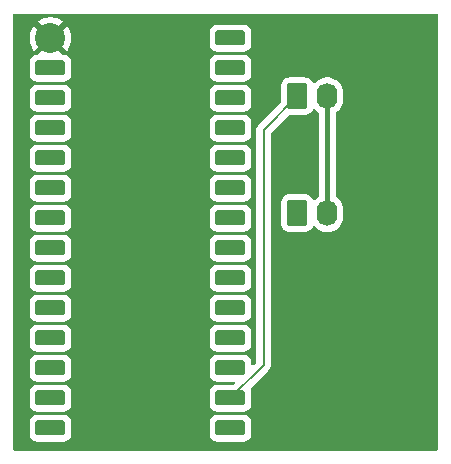
<source format=gbl>
G04 #@! TF.GenerationSoftware,KiCad,Pcbnew,9.0.2*
G04 #@! TF.CreationDate,2025-06-20T10:59:13-07:00*
G04 #@! TF.ProjectId,fsrPrototype1,66737250-726f-4746-9f74-797065312e6b,rev?*
G04 #@! TF.SameCoordinates,Original*
G04 #@! TF.FileFunction,Copper,L2,Bot*
G04 #@! TF.FilePolarity,Positive*
%FSLAX46Y46*%
G04 Gerber Fmt 4.6, Leading zero omitted, Abs format (unit mm)*
G04 Created by KiCad (PCBNEW 9.0.2) date 2025-06-20 10:59:13*
%MOMM*%
%LPD*%
G01*
G04 APERTURE LIST*
G04 Aperture macros list*
%AMRoundRect*
0 Rectangle with rounded corners*
0 $1 Rounding radius*
0 $2 $3 $4 $5 $6 $7 $8 $9 X,Y pos of 4 corners*
0 Add a 4 corners polygon primitive as box body*
4,1,4,$2,$3,$4,$5,$6,$7,$8,$9,$2,$3,0*
0 Add four circle primitives for the rounded corners*
1,1,$1+$1,$2,$3*
1,1,$1+$1,$4,$5*
1,1,$1+$1,$6,$7*
1,1,$1+$1,$8,$9*
0 Add four rect primitives between the rounded corners*
20,1,$1+$1,$2,$3,$4,$5,0*
20,1,$1+$1,$4,$5,$6,$7,0*
20,1,$1+$1,$6,$7,$8,$9,0*
20,1,$1+$1,$8,$9,$2,$3,0*%
G04 Aperture macros list end*
G04 #@! TA.AperFunction,ComponentPad*
%ADD10RoundRect,0.250000X-0.620000X-0.845000X0.620000X-0.845000X0.620000X0.845000X-0.620000X0.845000X0*%
G04 #@! TD*
G04 #@! TA.AperFunction,ComponentPad*
%ADD11O,1.740000X2.190000*%
G04 #@! TD*
G04 #@! TA.AperFunction,ComponentPad*
%ADD12C,2.540000*%
G04 #@! TD*
G04 #@! TA.AperFunction,ComponentPad*
%ADD13RoundRect,0.190500X-1.079500X-0.444500X1.079500X-0.444500X1.079500X0.444500X-1.079500X0.444500X0*%
G04 #@! TD*
G04 #@! TA.AperFunction,Conductor*
%ADD14C,0.200000*%
G04 #@! TD*
G04 #@! TA.AperFunction,Conductor*
%ADD15C,0.400000*%
G04 #@! TD*
G04 APERTURE END LIST*
D10*
X65560000Y-62500000D03*
D11*
X68100000Y-62500000D03*
D12*
X44660000Y-57580000D03*
D13*
X44660000Y-60120000D03*
X44660000Y-62660000D03*
X44660000Y-65200000D03*
X44660000Y-67740000D03*
X44660000Y-70280000D03*
X44660000Y-72820000D03*
X44660000Y-75360000D03*
X44660000Y-77900000D03*
X44660000Y-80440000D03*
X44660000Y-82980000D03*
X44660000Y-85520000D03*
X44660000Y-88060000D03*
X44660000Y-90600000D03*
X59900000Y-90600000D03*
X59900000Y-88060000D03*
X59900000Y-85520000D03*
X59900000Y-82980000D03*
X59900000Y-80440000D03*
X59900000Y-77900000D03*
X59900000Y-75360000D03*
X59900000Y-72820000D03*
X59900000Y-70280000D03*
X59900000Y-67740000D03*
X59900000Y-65200000D03*
X59900000Y-62660000D03*
X59900000Y-60120000D03*
X59900000Y-57580000D03*
D10*
X65560000Y-72400000D03*
D11*
X68100000Y-72400000D03*
D14*
X62700000Y-85260000D02*
X62700000Y-65360000D01*
X62700000Y-65360000D02*
X65560000Y-62500000D01*
X59900000Y-88060000D02*
X62700000Y-85260000D01*
D15*
X68100000Y-72400000D02*
X68100000Y-62500000D01*
G04 #@! TA.AperFunction,Conductor*
G36*
X77442539Y-55520185D02*
G01*
X77488294Y-55572989D01*
X77499500Y-55624500D01*
X77499500Y-92375500D01*
X77479815Y-92442539D01*
X77427011Y-92488294D01*
X77375500Y-92499500D01*
X41624500Y-92499500D01*
X41557461Y-92479815D01*
X41511706Y-92427011D01*
X41500500Y-92375500D01*
X41500500Y-90099655D01*
X42889500Y-90099655D01*
X42889500Y-91100354D01*
X42895825Y-91169966D01*
X42895828Y-91169977D01*
X42945747Y-91330175D01*
X42945749Y-91330179D01*
X43032556Y-91473777D01*
X43032560Y-91473782D01*
X43151217Y-91592439D01*
X43151222Y-91592443D01*
X43271815Y-91665343D01*
X43294822Y-91679251D01*
X43455029Y-91729173D01*
X43524653Y-91735500D01*
X45795346Y-91735499D01*
X45795353Y-91735499D01*
X45864966Y-91729174D01*
X45864969Y-91729173D01*
X45864971Y-91729173D01*
X46025178Y-91679251D01*
X46099089Y-91634570D01*
X46168777Y-91592443D01*
X46168778Y-91592441D01*
X46168783Y-91592439D01*
X46287439Y-91473783D01*
X46374251Y-91330178D01*
X46424173Y-91169971D01*
X46430500Y-91100347D01*
X46430499Y-90099655D01*
X58129500Y-90099655D01*
X58129500Y-91100354D01*
X58135825Y-91169966D01*
X58135828Y-91169977D01*
X58185747Y-91330175D01*
X58185749Y-91330179D01*
X58272556Y-91473777D01*
X58272560Y-91473782D01*
X58391217Y-91592439D01*
X58391222Y-91592443D01*
X58511815Y-91665343D01*
X58534822Y-91679251D01*
X58695029Y-91729173D01*
X58764653Y-91735500D01*
X61035346Y-91735499D01*
X61035353Y-91735499D01*
X61104966Y-91729174D01*
X61104969Y-91729173D01*
X61104971Y-91729173D01*
X61265178Y-91679251D01*
X61339089Y-91634570D01*
X61408777Y-91592443D01*
X61408778Y-91592441D01*
X61408783Y-91592439D01*
X61527439Y-91473783D01*
X61614251Y-91330178D01*
X61664173Y-91169971D01*
X61670500Y-91100347D01*
X61670499Y-90099654D01*
X61670499Y-90099653D01*
X61670499Y-90099645D01*
X61664174Y-90030033D01*
X61664171Y-90030022D01*
X61614252Y-89869824D01*
X61614250Y-89869820D01*
X61527443Y-89726222D01*
X61527439Y-89726217D01*
X61408782Y-89607560D01*
X61408777Y-89607556D01*
X61265180Y-89520750D01*
X61265179Y-89520749D01*
X61265178Y-89520749D01*
X61104971Y-89470827D01*
X61104969Y-89470826D01*
X61104967Y-89470826D01*
X61056221Y-89466396D01*
X61035347Y-89464500D01*
X61035344Y-89464500D01*
X58764645Y-89464500D01*
X58695033Y-89470825D01*
X58695022Y-89470828D01*
X58534824Y-89520747D01*
X58534820Y-89520749D01*
X58391222Y-89607556D01*
X58391217Y-89607560D01*
X58272560Y-89726217D01*
X58272556Y-89726222D01*
X58185750Y-89869819D01*
X58135826Y-90030032D01*
X58129500Y-90099655D01*
X46430499Y-90099655D01*
X46430499Y-90099654D01*
X46430499Y-90099653D01*
X46430499Y-90099645D01*
X46424174Y-90030033D01*
X46424171Y-90030022D01*
X46374252Y-89869824D01*
X46374250Y-89869820D01*
X46287443Y-89726222D01*
X46287439Y-89726217D01*
X46168782Y-89607560D01*
X46168777Y-89607556D01*
X46025180Y-89520750D01*
X46025179Y-89520749D01*
X46025178Y-89520749D01*
X45864971Y-89470827D01*
X45864969Y-89470826D01*
X45864967Y-89470826D01*
X45816221Y-89466396D01*
X45795347Y-89464500D01*
X45795344Y-89464500D01*
X43524645Y-89464500D01*
X43455033Y-89470825D01*
X43455022Y-89470828D01*
X43294824Y-89520747D01*
X43294820Y-89520749D01*
X43151222Y-89607556D01*
X43151217Y-89607560D01*
X43032560Y-89726217D01*
X43032556Y-89726222D01*
X42945750Y-89869819D01*
X42895826Y-90030032D01*
X42889500Y-90099655D01*
X41500500Y-90099655D01*
X41500500Y-87559655D01*
X42889500Y-87559655D01*
X42889500Y-88560354D01*
X42895825Y-88629966D01*
X42895828Y-88629977D01*
X42945747Y-88790175D01*
X42945749Y-88790179D01*
X43032556Y-88933777D01*
X43032560Y-88933782D01*
X43151217Y-89052439D01*
X43151222Y-89052443D01*
X43271815Y-89125343D01*
X43294822Y-89139251D01*
X43455029Y-89189173D01*
X43524653Y-89195500D01*
X45795346Y-89195499D01*
X45795353Y-89195499D01*
X45864966Y-89189174D01*
X45864969Y-89189173D01*
X45864971Y-89189173D01*
X46025178Y-89139251D01*
X46099089Y-89094570D01*
X46168777Y-89052443D01*
X46168778Y-89052441D01*
X46168783Y-89052439D01*
X46287439Y-88933783D01*
X46374251Y-88790178D01*
X46424173Y-88629971D01*
X46430500Y-88560347D01*
X46430499Y-87559654D01*
X46430499Y-87559653D01*
X46430499Y-87559645D01*
X46424174Y-87490033D01*
X46424171Y-87490022D01*
X46374252Y-87329824D01*
X46374250Y-87329820D01*
X46287443Y-87186222D01*
X46287439Y-87186217D01*
X46168782Y-87067560D01*
X46168777Y-87067556D01*
X46025180Y-86980750D01*
X46025179Y-86980749D01*
X46025178Y-86980749D01*
X45864971Y-86930827D01*
X45864969Y-86930826D01*
X45864967Y-86930826D01*
X45816221Y-86926396D01*
X45795347Y-86924500D01*
X45795344Y-86924500D01*
X43524645Y-86924500D01*
X43455033Y-86930825D01*
X43455022Y-86930828D01*
X43294824Y-86980747D01*
X43294820Y-86980749D01*
X43151222Y-87067556D01*
X43151217Y-87067560D01*
X43032560Y-87186217D01*
X43032556Y-87186222D01*
X42945750Y-87329819D01*
X42895826Y-87490032D01*
X42889500Y-87559655D01*
X41500500Y-87559655D01*
X41500500Y-85019655D01*
X42889500Y-85019655D01*
X42889500Y-86020354D01*
X42895825Y-86089966D01*
X42895828Y-86089977D01*
X42945747Y-86250175D01*
X42945749Y-86250179D01*
X43032556Y-86393777D01*
X43032560Y-86393782D01*
X43151217Y-86512439D01*
X43151222Y-86512443D01*
X43271815Y-86585343D01*
X43294822Y-86599251D01*
X43455029Y-86649173D01*
X43524653Y-86655500D01*
X45795346Y-86655499D01*
X45795353Y-86655499D01*
X45864966Y-86649174D01*
X45864969Y-86649173D01*
X45864971Y-86649173D01*
X46025178Y-86599251D01*
X46099089Y-86554570D01*
X46168777Y-86512443D01*
X46168778Y-86512441D01*
X46168783Y-86512439D01*
X46287439Y-86393783D01*
X46374251Y-86250178D01*
X46424173Y-86089971D01*
X46430500Y-86020347D01*
X46430499Y-85019655D01*
X58129500Y-85019655D01*
X58129500Y-86020354D01*
X58135825Y-86089966D01*
X58135828Y-86089977D01*
X58185747Y-86250175D01*
X58185749Y-86250179D01*
X58272556Y-86393777D01*
X58272560Y-86393782D01*
X58391217Y-86512439D01*
X58391222Y-86512443D01*
X58511815Y-86585343D01*
X58534822Y-86599251D01*
X58695029Y-86649173D01*
X58764653Y-86655500D01*
X60155902Y-86655499D01*
X60177147Y-86661737D01*
X60199236Y-86663317D01*
X60210019Y-86671389D01*
X60222941Y-86675184D01*
X60237441Y-86691917D01*
X60255169Y-86705189D01*
X60259875Y-86717808D01*
X60268696Y-86727987D01*
X60271847Y-86749905D01*
X60279586Y-86770653D01*
X60276723Y-86783813D01*
X60278640Y-86797146D01*
X60269440Y-86817289D01*
X60264734Y-86838926D01*
X60251465Y-86856651D01*
X60249615Y-86860702D01*
X60243583Y-86867180D01*
X60222582Y-86888181D01*
X60161259Y-86921666D01*
X60134901Y-86924500D01*
X58764645Y-86924500D01*
X58695033Y-86930825D01*
X58695022Y-86930828D01*
X58534824Y-86980747D01*
X58534820Y-86980749D01*
X58391222Y-87067556D01*
X58391217Y-87067560D01*
X58272560Y-87186217D01*
X58272556Y-87186222D01*
X58185750Y-87329819D01*
X58135826Y-87490032D01*
X58129500Y-87559655D01*
X58129500Y-88560354D01*
X58135825Y-88629966D01*
X58135828Y-88629977D01*
X58185747Y-88790175D01*
X58185749Y-88790179D01*
X58272556Y-88933777D01*
X58272560Y-88933782D01*
X58391217Y-89052439D01*
X58391222Y-89052443D01*
X58511815Y-89125343D01*
X58534822Y-89139251D01*
X58695029Y-89189173D01*
X58764653Y-89195500D01*
X61035346Y-89195499D01*
X61035353Y-89195499D01*
X61104966Y-89189174D01*
X61104969Y-89189173D01*
X61104971Y-89189173D01*
X61265178Y-89139251D01*
X61339089Y-89094570D01*
X61408777Y-89052443D01*
X61408778Y-89052441D01*
X61408783Y-89052439D01*
X61527439Y-88933783D01*
X61614251Y-88790178D01*
X61664173Y-88629971D01*
X61670500Y-88560347D01*
X61670499Y-87559654D01*
X61670499Y-87559653D01*
X61670499Y-87559645D01*
X61664174Y-87490033D01*
X61664171Y-87490022D01*
X61614252Y-87329826D01*
X61614251Y-87329822D01*
X61613708Y-87328924D01*
X61613511Y-87328178D01*
X61611173Y-87322983D01*
X61612036Y-87322594D01*
X61595870Y-87261374D01*
X61617384Y-87194899D01*
X61632137Y-87177096D01*
X63068713Y-85740521D01*
X63068716Y-85740520D01*
X63180520Y-85628716D01*
X63230639Y-85541904D01*
X63259577Y-85491785D01*
X63300501Y-85339057D01*
X63300501Y-85180943D01*
X63300501Y-85173348D01*
X63300500Y-85173330D01*
X63300500Y-65660096D01*
X63320185Y-65593057D01*
X63336814Y-65572420D01*
X64779138Y-64130095D01*
X64840459Y-64096612D01*
X64879421Y-64094420D01*
X64889991Y-64095500D01*
X66230008Y-64095499D01*
X66332797Y-64084999D01*
X66499334Y-64029814D01*
X66648656Y-63937712D01*
X66772712Y-63813656D01*
X66864814Y-63664334D01*
X66864817Y-63664322D01*
X66865129Y-63663657D01*
X66865469Y-63663269D01*
X66868605Y-63658187D01*
X66869473Y-63658722D01*
X66911299Y-63611216D01*
X66978491Y-63592060D01*
X67045373Y-63612272D01*
X67065195Y-63628375D01*
X67207179Y-63770359D01*
X67348386Y-63872952D01*
X67391051Y-63928282D01*
X67399500Y-63973270D01*
X67399500Y-70926730D01*
X67379815Y-70993769D01*
X67348386Y-71027048D01*
X67207180Y-71129640D01*
X67065195Y-71271625D01*
X67003872Y-71305109D01*
X66934180Y-71300125D01*
X66878247Y-71258253D01*
X66865132Y-71236348D01*
X66864815Y-71235669D01*
X66864814Y-71235668D01*
X66864814Y-71235666D01*
X66772712Y-71086344D01*
X66648656Y-70962288D01*
X66499334Y-70870186D01*
X66332797Y-70815001D01*
X66332795Y-70815000D01*
X66230010Y-70804500D01*
X64889998Y-70804500D01*
X64889981Y-70804501D01*
X64787203Y-70815000D01*
X64787200Y-70815001D01*
X64620668Y-70870185D01*
X64620663Y-70870187D01*
X64471342Y-70962289D01*
X64347289Y-71086342D01*
X64255187Y-71235663D01*
X64255185Y-71235668D01*
X64242999Y-71272443D01*
X64200001Y-71402203D01*
X64200001Y-71402204D01*
X64200000Y-71402204D01*
X64189500Y-71504983D01*
X64189500Y-73295001D01*
X64189501Y-73295018D01*
X64200000Y-73397796D01*
X64200001Y-73397799D01*
X64237584Y-73511216D01*
X64255186Y-73564334D01*
X64347288Y-73713656D01*
X64471344Y-73837712D01*
X64620666Y-73929814D01*
X64787203Y-73984999D01*
X64889991Y-73995500D01*
X66230008Y-73995499D01*
X66332797Y-73984999D01*
X66499334Y-73929814D01*
X66648656Y-73837712D01*
X66772712Y-73713656D01*
X66864814Y-73564334D01*
X66864817Y-73564322D01*
X66865129Y-73563657D01*
X66865469Y-73563269D01*
X66868605Y-73558187D01*
X66869473Y-73558722D01*
X66911299Y-73511216D01*
X66978491Y-73492060D01*
X67045373Y-73512272D01*
X67065195Y-73528375D01*
X67207179Y-73670359D01*
X67381701Y-73797157D01*
X67573911Y-73895092D01*
X67779074Y-73961754D01*
X67858973Y-73974408D01*
X67992134Y-73995500D01*
X67992139Y-73995500D01*
X68207866Y-73995500D01*
X68326230Y-73976752D01*
X68420926Y-73961754D01*
X68626089Y-73895092D01*
X68818299Y-73797157D01*
X68992821Y-73670359D01*
X69145359Y-73517821D01*
X69272157Y-73343299D01*
X69370092Y-73151089D01*
X69436754Y-72945926D01*
X69451752Y-72851230D01*
X69470500Y-72732866D01*
X69470500Y-72067133D01*
X69436754Y-71854077D01*
X69436754Y-71854074D01*
X69370092Y-71648911D01*
X69272157Y-71456701D01*
X69145359Y-71282179D01*
X68992821Y-71129641D01*
X68851613Y-71027047D01*
X68808949Y-70971718D01*
X68800500Y-70926730D01*
X68800500Y-63973270D01*
X68820185Y-63906231D01*
X68851614Y-63872952D01*
X68992821Y-63770359D01*
X69145359Y-63617821D01*
X69272157Y-63443299D01*
X69370092Y-63251089D01*
X69436754Y-63045926D01*
X69451752Y-62951230D01*
X69470500Y-62832866D01*
X69470500Y-62167133D01*
X69436754Y-61954077D01*
X69436754Y-61954074D01*
X69370092Y-61748911D01*
X69272157Y-61556701D01*
X69145359Y-61382179D01*
X68992821Y-61229641D01*
X68818299Y-61102843D01*
X68626089Y-61004908D01*
X68420926Y-60938246D01*
X68420924Y-60938245D01*
X68420922Y-60938245D01*
X68207866Y-60904500D01*
X68207861Y-60904500D01*
X67992139Y-60904500D01*
X67992134Y-60904500D01*
X67779077Y-60938245D01*
X67573908Y-61004909D01*
X67381700Y-61102843D01*
X67207180Y-61229640D01*
X67065195Y-61371625D01*
X67003872Y-61405109D01*
X66934180Y-61400125D01*
X66878247Y-61358253D01*
X66865132Y-61336348D01*
X66864815Y-61335669D01*
X66864814Y-61335668D01*
X66864814Y-61335666D01*
X66772712Y-61186344D01*
X66648656Y-61062288D01*
X66537591Y-60993783D01*
X66499336Y-60970187D01*
X66499331Y-60970185D01*
X66497862Y-60969698D01*
X66332797Y-60915001D01*
X66332795Y-60915000D01*
X66230010Y-60904500D01*
X64889998Y-60904500D01*
X64889981Y-60904501D01*
X64787203Y-60915000D01*
X64787200Y-60915001D01*
X64620668Y-60970185D01*
X64620663Y-60970187D01*
X64471342Y-61062289D01*
X64347289Y-61186342D01*
X64255187Y-61335663D01*
X64255186Y-61335666D01*
X64200001Y-61502203D01*
X64200001Y-61502204D01*
X64200000Y-61502204D01*
X64189500Y-61604983D01*
X64189500Y-62969901D01*
X64169815Y-63036940D01*
X64153181Y-63057582D01*
X62331286Y-64879478D01*
X62219481Y-64991282D01*
X62219479Y-64991285D01*
X62169361Y-65078094D01*
X62169359Y-65078096D01*
X62140425Y-65128209D01*
X62140424Y-65128210D01*
X62140423Y-65128215D01*
X62099499Y-65280943D01*
X62099499Y-65280945D01*
X62099499Y-65449046D01*
X62099500Y-65449059D01*
X62099500Y-84959902D01*
X62079815Y-85026941D01*
X62063181Y-85047583D01*
X61882180Y-85228584D01*
X61820857Y-85262069D01*
X61751165Y-85257085D01*
X61695232Y-85215213D01*
X61670815Y-85149749D01*
X61670499Y-85140903D01*
X61670499Y-85019645D01*
X61664174Y-84950033D01*
X61664171Y-84950022D01*
X61614252Y-84789824D01*
X61614250Y-84789820D01*
X61527443Y-84646222D01*
X61527439Y-84646217D01*
X61408782Y-84527560D01*
X61408777Y-84527556D01*
X61265180Y-84440750D01*
X61265179Y-84440749D01*
X61265178Y-84440749D01*
X61104971Y-84390827D01*
X61104969Y-84390826D01*
X61104967Y-84390826D01*
X61056221Y-84386396D01*
X61035347Y-84384500D01*
X61035344Y-84384500D01*
X58764645Y-84384500D01*
X58695033Y-84390825D01*
X58695022Y-84390828D01*
X58534824Y-84440747D01*
X58534820Y-84440749D01*
X58391222Y-84527556D01*
X58391217Y-84527560D01*
X58272560Y-84646217D01*
X58272556Y-84646222D01*
X58185750Y-84789819D01*
X58135826Y-84950032D01*
X58129500Y-85019655D01*
X46430499Y-85019655D01*
X46430499Y-85019654D01*
X46430499Y-85019653D01*
X46430499Y-85019645D01*
X46424174Y-84950033D01*
X46424171Y-84950022D01*
X46374252Y-84789824D01*
X46374250Y-84789820D01*
X46287443Y-84646222D01*
X46287439Y-84646217D01*
X46168782Y-84527560D01*
X46168777Y-84527556D01*
X46025180Y-84440750D01*
X46025179Y-84440749D01*
X46025178Y-84440749D01*
X45864971Y-84390827D01*
X45864969Y-84390826D01*
X45864967Y-84390826D01*
X45816221Y-84386396D01*
X45795347Y-84384500D01*
X45795344Y-84384500D01*
X43524645Y-84384500D01*
X43455033Y-84390825D01*
X43455022Y-84390828D01*
X43294824Y-84440747D01*
X43294820Y-84440749D01*
X43151222Y-84527556D01*
X43151217Y-84527560D01*
X43032560Y-84646217D01*
X43032556Y-84646222D01*
X42945750Y-84789819D01*
X42895826Y-84950032D01*
X42889500Y-85019655D01*
X41500500Y-85019655D01*
X41500500Y-82479655D01*
X42889500Y-82479655D01*
X42889500Y-83480354D01*
X42895825Y-83549966D01*
X42895828Y-83549977D01*
X42945747Y-83710175D01*
X42945749Y-83710179D01*
X43032556Y-83853777D01*
X43032560Y-83853782D01*
X43151217Y-83972439D01*
X43151222Y-83972443D01*
X43271815Y-84045343D01*
X43294822Y-84059251D01*
X43455029Y-84109173D01*
X43524653Y-84115500D01*
X45795346Y-84115499D01*
X45795353Y-84115499D01*
X45864966Y-84109174D01*
X45864969Y-84109173D01*
X45864971Y-84109173D01*
X46025178Y-84059251D01*
X46099089Y-84014570D01*
X46168777Y-83972443D01*
X46168778Y-83972441D01*
X46168783Y-83972439D01*
X46287439Y-83853783D01*
X46374251Y-83710178D01*
X46424173Y-83549971D01*
X46430500Y-83480347D01*
X46430499Y-82479655D01*
X58129500Y-82479655D01*
X58129500Y-83480354D01*
X58135825Y-83549966D01*
X58135828Y-83549977D01*
X58185747Y-83710175D01*
X58185749Y-83710179D01*
X58272556Y-83853777D01*
X58272560Y-83853782D01*
X58391217Y-83972439D01*
X58391222Y-83972443D01*
X58511815Y-84045343D01*
X58534822Y-84059251D01*
X58695029Y-84109173D01*
X58764653Y-84115500D01*
X61035346Y-84115499D01*
X61035353Y-84115499D01*
X61104966Y-84109174D01*
X61104969Y-84109173D01*
X61104971Y-84109173D01*
X61265178Y-84059251D01*
X61339089Y-84014570D01*
X61408777Y-83972443D01*
X61408778Y-83972441D01*
X61408783Y-83972439D01*
X61527439Y-83853783D01*
X61614251Y-83710178D01*
X61664173Y-83549971D01*
X61670500Y-83480347D01*
X61670499Y-82479654D01*
X61670499Y-82479653D01*
X61670499Y-82479645D01*
X61664174Y-82410033D01*
X61664171Y-82410022D01*
X61614252Y-82249824D01*
X61614250Y-82249820D01*
X61527443Y-82106222D01*
X61527439Y-82106217D01*
X61408782Y-81987560D01*
X61408777Y-81987556D01*
X61265180Y-81900750D01*
X61265179Y-81900749D01*
X61265178Y-81900749D01*
X61104971Y-81850827D01*
X61104969Y-81850826D01*
X61104967Y-81850826D01*
X61056221Y-81846396D01*
X61035347Y-81844500D01*
X61035344Y-81844500D01*
X58764645Y-81844500D01*
X58695033Y-81850825D01*
X58695022Y-81850828D01*
X58534824Y-81900747D01*
X58534820Y-81900749D01*
X58391222Y-81987556D01*
X58391217Y-81987560D01*
X58272560Y-82106217D01*
X58272556Y-82106222D01*
X58185750Y-82249819D01*
X58135826Y-82410032D01*
X58129500Y-82479655D01*
X46430499Y-82479655D01*
X46430499Y-82479654D01*
X46430499Y-82479653D01*
X46430499Y-82479645D01*
X46424174Y-82410033D01*
X46424171Y-82410022D01*
X46374252Y-82249824D01*
X46374250Y-82249820D01*
X46287443Y-82106222D01*
X46287439Y-82106217D01*
X46168782Y-81987560D01*
X46168777Y-81987556D01*
X46025180Y-81900750D01*
X46025179Y-81900749D01*
X46025178Y-81900749D01*
X45864971Y-81850827D01*
X45864969Y-81850826D01*
X45864967Y-81850826D01*
X45816221Y-81846396D01*
X45795347Y-81844500D01*
X45795344Y-81844500D01*
X43524645Y-81844500D01*
X43455033Y-81850825D01*
X43455022Y-81850828D01*
X43294824Y-81900747D01*
X43294820Y-81900749D01*
X43151222Y-81987556D01*
X43151217Y-81987560D01*
X43032560Y-82106217D01*
X43032556Y-82106222D01*
X42945750Y-82249819D01*
X42895826Y-82410032D01*
X42889500Y-82479655D01*
X41500500Y-82479655D01*
X41500500Y-79939655D01*
X42889500Y-79939655D01*
X42889500Y-80940354D01*
X42895825Y-81009966D01*
X42895828Y-81009977D01*
X42945747Y-81170175D01*
X42945749Y-81170179D01*
X43032556Y-81313777D01*
X43032560Y-81313782D01*
X43151217Y-81432439D01*
X43151222Y-81432443D01*
X43271815Y-81505343D01*
X43294822Y-81519251D01*
X43455029Y-81569173D01*
X43524653Y-81575500D01*
X45795346Y-81575499D01*
X45795353Y-81575499D01*
X45864966Y-81569174D01*
X45864969Y-81569173D01*
X45864971Y-81569173D01*
X46025178Y-81519251D01*
X46099089Y-81474570D01*
X46168777Y-81432443D01*
X46168778Y-81432441D01*
X46168783Y-81432439D01*
X46287439Y-81313783D01*
X46374251Y-81170178D01*
X46424173Y-81009971D01*
X46430500Y-80940347D01*
X46430499Y-79939655D01*
X58129500Y-79939655D01*
X58129500Y-80940354D01*
X58135825Y-81009966D01*
X58135828Y-81009977D01*
X58185747Y-81170175D01*
X58185749Y-81170179D01*
X58272556Y-81313777D01*
X58272560Y-81313782D01*
X58391217Y-81432439D01*
X58391222Y-81432443D01*
X58511815Y-81505343D01*
X58534822Y-81519251D01*
X58695029Y-81569173D01*
X58764653Y-81575500D01*
X61035346Y-81575499D01*
X61035353Y-81575499D01*
X61104966Y-81569174D01*
X61104969Y-81569173D01*
X61104971Y-81569173D01*
X61265178Y-81519251D01*
X61339089Y-81474570D01*
X61408777Y-81432443D01*
X61408778Y-81432441D01*
X61408783Y-81432439D01*
X61527439Y-81313783D01*
X61614251Y-81170178D01*
X61664173Y-81009971D01*
X61670500Y-80940347D01*
X61670499Y-79939654D01*
X61670499Y-79939653D01*
X61670499Y-79939645D01*
X61664174Y-79870033D01*
X61664171Y-79870022D01*
X61614252Y-79709824D01*
X61614250Y-79709820D01*
X61527443Y-79566222D01*
X61527439Y-79566217D01*
X61408782Y-79447560D01*
X61408777Y-79447556D01*
X61265180Y-79360750D01*
X61265179Y-79360749D01*
X61265178Y-79360749D01*
X61104971Y-79310827D01*
X61104969Y-79310826D01*
X61104967Y-79310826D01*
X61056221Y-79306396D01*
X61035347Y-79304500D01*
X61035344Y-79304500D01*
X58764645Y-79304500D01*
X58695033Y-79310825D01*
X58695022Y-79310828D01*
X58534824Y-79360747D01*
X58534820Y-79360749D01*
X58391222Y-79447556D01*
X58391217Y-79447560D01*
X58272560Y-79566217D01*
X58272556Y-79566222D01*
X58185750Y-79709819D01*
X58135826Y-79870032D01*
X58129500Y-79939655D01*
X46430499Y-79939655D01*
X46430499Y-79939654D01*
X46430499Y-79939653D01*
X46430499Y-79939645D01*
X46424174Y-79870033D01*
X46424171Y-79870022D01*
X46374252Y-79709824D01*
X46374250Y-79709820D01*
X46287443Y-79566222D01*
X46287439Y-79566217D01*
X46168782Y-79447560D01*
X46168777Y-79447556D01*
X46025180Y-79360750D01*
X46025179Y-79360749D01*
X46025178Y-79360749D01*
X45864971Y-79310827D01*
X45864969Y-79310826D01*
X45864967Y-79310826D01*
X45816221Y-79306396D01*
X45795347Y-79304500D01*
X45795344Y-79304500D01*
X43524645Y-79304500D01*
X43455033Y-79310825D01*
X43455022Y-79310828D01*
X43294824Y-79360747D01*
X43294820Y-79360749D01*
X43151222Y-79447556D01*
X43151217Y-79447560D01*
X43032560Y-79566217D01*
X43032556Y-79566222D01*
X42945750Y-79709819D01*
X42895826Y-79870032D01*
X42889500Y-79939655D01*
X41500500Y-79939655D01*
X41500500Y-77399655D01*
X42889500Y-77399655D01*
X42889500Y-78400354D01*
X42895825Y-78469966D01*
X42895828Y-78469977D01*
X42945747Y-78630175D01*
X42945749Y-78630179D01*
X43032556Y-78773777D01*
X43032560Y-78773782D01*
X43151217Y-78892439D01*
X43151222Y-78892443D01*
X43271815Y-78965343D01*
X43294822Y-78979251D01*
X43455029Y-79029173D01*
X43524653Y-79035500D01*
X45795346Y-79035499D01*
X45795353Y-79035499D01*
X45864966Y-79029174D01*
X45864969Y-79029173D01*
X45864971Y-79029173D01*
X46025178Y-78979251D01*
X46099089Y-78934570D01*
X46168777Y-78892443D01*
X46168778Y-78892441D01*
X46168783Y-78892439D01*
X46287439Y-78773783D01*
X46374251Y-78630178D01*
X46424173Y-78469971D01*
X46430500Y-78400347D01*
X46430499Y-77399655D01*
X58129500Y-77399655D01*
X58129500Y-78400354D01*
X58135825Y-78469966D01*
X58135828Y-78469977D01*
X58185747Y-78630175D01*
X58185749Y-78630179D01*
X58272556Y-78773777D01*
X58272560Y-78773782D01*
X58391217Y-78892439D01*
X58391222Y-78892443D01*
X58511815Y-78965343D01*
X58534822Y-78979251D01*
X58695029Y-79029173D01*
X58764653Y-79035500D01*
X61035346Y-79035499D01*
X61035353Y-79035499D01*
X61104966Y-79029174D01*
X61104969Y-79029173D01*
X61104971Y-79029173D01*
X61265178Y-78979251D01*
X61339089Y-78934570D01*
X61408777Y-78892443D01*
X61408778Y-78892441D01*
X61408783Y-78892439D01*
X61527439Y-78773783D01*
X61614251Y-78630178D01*
X61664173Y-78469971D01*
X61670500Y-78400347D01*
X61670499Y-77399654D01*
X61670499Y-77399653D01*
X61670499Y-77399645D01*
X61664174Y-77330033D01*
X61664171Y-77330022D01*
X61614252Y-77169824D01*
X61614250Y-77169820D01*
X61527443Y-77026222D01*
X61527439Y-77026217D01*
X61408782Y-76907560D01*
X61408777Y-76907556D01*
X61265180Y-76820750D01*
X61265179Y-76820749D01*
X61265178Y-76820749D01*
X61104971Y-76770827D01*
X61104969Y-76770826D01*
X61104967Y-76770826D01*
X61056221Y-76766396D01*
X61035347Y-76764500D01*
X61035344Y-76764500D01*
X58764645Y-76764500D01*
X58695033Y-76770825D01*
X58695022Y-76770828D01*
X58534824Y-76820747D01*
X58534820Y-76820749D01*
X58391222Y-76907556D01*
X58391217Y-76907560D01*
X58272560Y-77026217D01*
X58272556Y-77026222D01*
X58185750Y-77169819D01*
X58135826Y-77330032D01*
X58129500Y-77399655D01*
X46430499Y-77399655D01*
X46430499Y-77399654D01*
X46430499Y-77399653D01*
X46430499Y-77399645D01*
X46424174Y-77330033D01*
X46424171Y-77330022D01*
X46374252Y-77169824D01*
X46374250Y-77169820D01*
X46287443Y-77026222D01*
X46287439Y-77026217D01*
X46168782Y-76907560D01*
X46168777Y-76907556D01*
X46025180Y-76820750D01*
X46025179Y-76820749D01*
X46025178Y-76820749D01*
X45864971Y-76770827D01*
X45864969Y-76770826D01*
X45864967Y-76770826D01*
X45816221Y-76766396D01*
X45795347Y-76764500D01*
X45795344Y-76764500D01*
X43524645Y-76764500D01*
X43455033Y-76770825D01*
X43455022Y-76770828D01*
X43294824Y-76820747D01*
X43294820Y-76820749D01*
X43151222Y-76907556D01*
X43151217Y-76907560D01*
X43032560Y-77026217D01*
X43032556Y-77026222D01*
X42945750Y-77169819D01*
X42895826Y-77330032D01*
X42889500Y-77399655D01*
X41500500Y-77399655D01*
X41500500Y-74859655D01*
X42889500Y-74859655D01*
X42889500Y-75860354D01*
X42895825Y-75929966D01*
X42895828Y-75929977D01*
X42945747Y-76090175D01*
X42945749Y-76090179D01*
X43032556Y-76233777D01*
X43032560Y-76233782D01*
X43151217Y-76352439D01*
X43151222Y-76352443D01*
X43271815Y-76425343D01*
X43294822Y-76439251D01*
X43455029Y-76489173D01*
X43524653Y-76495500D01*
X45795346Y-76495499D01*
X45795353Y-76495499D01*
X45864966Y-76489174D01*
X45864969Y-76489173D01*
X45864971Y-76489173D01*
X46025178Y-76439251D01*
X46099089Y-76394570D01*
X46168777Y-76352443D01*
X46168778Y-76352441D01*
X46168783Y-76352439D01*
X46287439Y-76233783D01*
X46374251Y-76090178D01*
X46424173Y-75929971D01*
X46430500Y-75860347D01*
X46430499Y-74859655D01*
X58129500Y-74859655D01*
X58129500Y-75860354D01*
X58135825Y-75929966D01*
X58135828Y-75929977D01*
X58185747Y-76090175D01*
X58185749Y-76090179D01*
X58272556Y-76233777D01*
X58272560Y-76233782D01*
X58391217Y-76352439D01*
X58391222Y-76352443D01*
X58511815Y-76425343D01*
X58534822Y-76439251D01*
X58695029Y-76489173D01*
X58764653Y-76495500D01*
X61035346Y-76495499D01*
X61035353Y-76495499D01*
X61104966Y-76489174D01*
X61104969Y-76489173D01*
X61104971Y-76489173D01*
X61265178Y-76439251D01*
X61339089Y-76394570D01*
X61408777Y-76352443D01*
X61408778Y-76352441D01*
X61408783Y-76352439D01*
X61527439Y-76233783D01*
X61614251Y-76090178D01*
X61664173Y-75929971D01*
X61670500Y-75860347D01*
X61670499Y-74859654D01*
X61670499Y-74859653D01*
X61670499Y-74859645D01*
X61664174Y-74790033D01*
X61664171Y-74790022D01*
X61614252Y-74629824D01*
X61614250Y-74629820D01*
X61527443Y-74486222D01*
X61527439Y-74486217D01*
X61408782Y-74367560D01*
X61408777Y-74367556D01*
X61265180Y-74280750D01*
X61265179Y-74280749D01*
X61265178Y-74280749D01*
X61104971Y-74230827D01*
X61104969Y-74230826D01*
X61104967Y-74230826D01*
X61056221Y-74226396D01*
X61035347Y-74224500D01*
X61035344Y-74224500D01*
X58764645Y-74224500D01*
X58695033Y-74230825D01*
X58695022Y-74230828D01*
X58534824Y-74280747D01*
X58534820Y-74280749D01*
X58391222Y-74367556D01*
X58391217Y-74367560D01*
X58272560Y-74486217D01*
X58272556Y-74486222D01*
X58185750Y-74629819D01*
X58135826Y-74790032D01*
X58129500Y-74859655D01*
X46430499Y-74859655D01*
X46430499Y-74859654D01*
X46430499Y-74859653D01*
X46430499Y-74859645D01*
X46424174Y-74790033D01*
X46424171Y-74790022D01*
X46374252Y-74629824D01*
X46374250Y-74629820D01*
X46287443Y-74486222D01*
X46287439Y-74486217D01*
X46168782Y-74367560D01*
X46168777Y-74367556D01*
X46025180Y-74280750D01*
X46025179Y-74280749D01*
X46025178Y-74280749D01*
X45864971Y-74230827D01*
X45864969Y-74230826D01*
X45864967Y-74230826D01*
X45816221Y-74226396D01*
X45795347Y-74224500D01*
X45795344Y-74224500D01*
X43524645Y-74224500D01*
X43455033Y-74230825D01*
X43455022Y-74230828D01*
X43294824Y-74280747D01*
X43294820Y-74280749D01*
X43151222Y-74367556D01*
X43151217Y-74367560D01*
X43032560Y-74486217D01*
X43032556Y-74486222D01*
X42945750Y-74629819D01*
X42895826Y-74790032D01*
X42889500Y-74859655D01*
X41500500Y-74859655D01*
X41500500Y-72319655D01*
X42889500Y-72319655D01*
X42889500Y-73320354D01*
X42895825Y-73389966D01*
X42895828Y-73389977D01*
X42945747Y-73550175D01*
X42945749Y-73550179D01*
X43032556Y-73693777D01*
X43032560Y-73693782D01*
X43151217Y-73812439D01*
X43151222Y-73812443D01*
X43271815Y-73885343D01*
X43294822Y-73899251D01*
X43455029Y-73949173D01*
X43524653Y-73955500D01*
X45795346Y-73955499D01*
X45795353Y-73955499D01*
X45864966Y-73949174D01*
X45864969Y-73949173D01*
X45864971Y-73949173D01*
X46025178Y-73899251D01*
X46126980Y-73837710D01*
X46168777Y-73812443D01*
X46168778Y-73812441D01*
X46168783Y-73812439D01*
X46287439Y-73693783D01*
X46374251Y-73550178D01*
X46424173Y-73389971D01*
X46430500Y-73320347D01*
X46430499Y-72319655D01*
X58129500Y-72319655D01*
X58129500Y-73320354D01*
X58135825Y-73389966D01*
X58135828Y-73389977D01*
X58185747Y-73550175D01*
X58185749Y-73550179D01*
X58272556Y-73693777D01*
X58272560Y-73693782D01*
X58391217Y-73812439D01*
X58391222Y-73812443D01*
X58511815Y-73885343D01*
X58534822Y-73899251D01*
X58695029Y-73949173D01*
X58764653Y-73955500D01*
X61035346Y-73955499D01*
X61035353Y-73955499D01*
X61104966Y-73949174D01*
X61104969Y-73949173D01*
X61104971Y-73949173D01*
X61265178Y-73899251D01*
X61366980Y-73837710D01*
X61408777Y-73812443D01*
X61408778Y-73812441D01*
X61408783Y-73812439D01*
X61527439Y-73693783D01*
X61614251Y-73550178D01*
X61664173Y-73389971D01*
X61670500Y-73320347D01*
X61670499Y-72319654D01*
X61670499Y-72319653D01*
X61670499Y-72319645D01*
X61664174Y-72250033D01*
X61664171Y-72250022D01*
X61614252Y-72089824D01*
X61614250Y-72089820D01*
X61527443Y-71946222D01*
X61527439Y-71946217D01*
X61408782Y-71827560D01*
X61408777Y-71827556D01*
X61265180Y-71740750D01*
X61265179Y-71740749D01*
X61265178Y-71740749D01*
X61104971Y-71690827D01*
X61104969Y-71690826D01*
X61104967Y-71690826D01*
X61056221Y-71686396D01*
X61035347Y-71684500D01*
X61035344Y-71684500D01*
X58764645Y-71684500D01*
X58695033Y-71690825D01*
X58695022Y-71690828D01*
X58534824Y-71740747D01*
X58534820Y-71740749D01*
X58391222Y-71827556D01*
X58391217Y-71827560D01*
X58272560Y-71946217D01*
X58272556Y-71946222D01*
X58185750Y-72089819D01*
X58135826Y-72250032D01*
X58129500Y-72319655D01*
X46430499Y-72319655D01*
X46430499Y-72319654D01*
X46430499Y-72319653D01*
X46430499Y-72319645D01*
X46424174Y-72250033D01*
X46424171Y-72250022D01*
X46374252Y-72089824D01*
X46374250Y-72089820D01*
X46287443Y-71946222D01*
X46287439Y-71946217D01*
X46168782Y-71827560D01*
X46168777Y-71827556D01*
X46025180Y-71740750D01*
X46025179Y-71740749D01*
X46025178Y-71740749D01*
X45864971Y-71690827D01*
X45864969Y-71690826D01*
X45864967Y-71690826D01*
X45816221Y-71686396D01*
X45795347Y-71684500D01*
X45795344Y-71684500D01*
X43524645Y-71684500D01*
X43455033Y-71690825D01*
X43455022Y-71690828D01*
X43294824Y-71740747D01*
X43294820Y-71740749D01*
X43151222Y-71827556D01*
X43151217Y-71827560D01*
X43032560Y-71946217D01*
X43032556Y-71946222D01*
X42945750Y-72089819D01*
X42895826Y-72250032D01*
X42889500Y-72319655D01*
X41500500Y-72319655D01*
X41500500Y-69779655D01*
X42889500Y-69779655D01*
X42889500Y-70780354D01*
X42895825Y-70849966D01*
X42895828Y-70849977D01*
X42945747Y-71010175D01*
X42945749Y-71010179D01*
X43032556Y-71153777D01*
X43032560Y-71153782D01*
X43151217Y-71272439D01*
X43151222Y-71272443D01*
X43271815Y-71345343D01*
X43294822Y-71359251D01*
X43455029Y-71409173D01*
X43524653Y-71415500D01*
X45795346Y-71415499D01*
X45795353Y-71415499D01*
X45864966Y-71409174D01*
X45864969Y-71409173D01*
X45864971Y-71409173D01*
X46025178Y-71359251D01*
X46122985Y-71300125D01*
X46168777Y-71272443D01*
X46168778Y-71272441D01*
X46168783Y-71272439D01*
X46287439Y-71153783D01*
X46374251Y-71010178D01*
X46424173Y-70849971D01*
X46430500Y-70780347D01*
X46430499Y-69779655D01*
X58129500Y-69779655D01*
X58129500Y-70780354D01*
X58135825Y-70849966D01*
X58135828Y-70849977D01*
X58185747Y-71010175D01*
X58185749Y-71010179D01*
X58272556Y-71153777D01*
X58272560Y-71153782D01*
X58391217Y-71272439D01*
X58391222Y-71272443D01*
X58511815Y-71345343D01*
X58534822Y-71359251D01*
X58695029Y-71409173D01*
X58764653Y-71415500D01*
X61035346Y-71415499D01*
X61035353Y-71415499D01*
X61104966Y-71409174D01*
X61104969Y-71409173D01*
X61104971Y-71409173D01*
X61265178Y-71359251D01*
X61362985Y-71300125D01*
X61408777Y-71272443D01*
X61408778Y-71272441D01*
X61408783Y-71272439D01*
X61527439Y-71153783D01*
X61614251Y-71010178D01*
X61664173Y-70849971D01*
X61670500Y-70780347D01*
X61670499Y-69779654D01*
X61670499Y-69779653D01*
X61670499Y-69779645D01*
X61664174Y-69710033D01*
X61664171Y-69710022D01*
X61614252Y-69549824D01*
X61614250Y-69549820D01*
X61527443Y-69406222D01*
X61527439Y-69406217D01*
X61408782Y-69287560D01*
X61408777Y-69287556D01*
X61265180Y-69200750D01*
X61265179Y-69200749D01*
X61265178Y-69200749D01*
X61104971Y-69150827D01*
X61104969Y-69150826D01*
X61104967Y-69150826D01*
X61056221Y-69146396D01*
X61035347Y-69144500D01*
X61035344Y-69144500D01*
X58764645Y-69144500D01*
X58695033Y-69150825D01*
X58695022Y-69150828D01*
X58534824Y-69200747D01*
X58534820Y-69200749D01*
X58391222Y-69287556D01*
X58391217Y-69287560D01*
X58272560Y-69406217D01*
X58272556Y-69406222D01*
X58185750Y-69549819D01*
X58135826Y-69710032D01*
X58129500Y-69779655D01*
X46430499Y-69779655D01*
X46430499Y-69779654D01*
X46430499Y-69779653D01*
X46430499Y-69779645D01*
X46424174Y-69710033D01*
X46424171Y-69710022D01*
X46374252Y-69549824D01*
X46374250Y-69549820D01*
X46287443Y-69406222D01*
X46287439Y-69406217D01*
X46168782Y-69287560D01*
X46168777Y-69287556D01*
X46025180Y-69200750D01*
X46025179Y-69200749D01*
X46025178Y-69200749D01*
X45864971Y-69150827D01*
X45864969Y-69150826D01*
X45864967Y-69150826D01*
X45816221Y-69146396D01*
X45795347Y-69144500D01*
X45795344Y-69144500D01*
X43524645Y-69144500D01*
X43455033Y-69150825D01*
X43455022Y-69150828D01*
X43294824Y-69200747D01*
X43294820Y-69200749D01*
X43151222Y-69287556D01*
X43151217Y-69287560D01*
X43032560Y-69406217D01*
X43032556Y-69406222D01*
X42945750Y-69549819D01*
X42895826Y-69710032D01*
X42889500Y-69779655D01*
X41500500Y-69779655D01*
X41500500Y-67239655D01*
X42889500Y-67239655D01*
X42889500Y-68240354D01*
X42895825Y-68309966D01*
X42895828Y-68309977D01*
X42945747Y-68470175D01*
X42945749Y-68470179D01*
X43032556Y-68613777D01*
X43032560Y-68613782D01*
X43151217Y-68732439D01*
X43151222Y-68732443D01*
X43271815Y-68805343D01*
X43294822Y-68819251D01*
X43455029Y-68869173D01*
X43524653Y-68875500D01*
X45795346Y-68875499D01*
X45795353Y-68875499D01*
X45864966Y-68869174D01*
X45864969Y-68869173D01*
X45864971Y-68869173D01*
X46025178Y-68819251D01*
X46099089Y-68774570D01*
X46168777Y-68732443D01*
X46168778Y-68732441D01*
X46168783Y-68732439D01*
X46287439Y-68613783D01*
X46374251Y-68470178D01*
X46424173Y-68309971D01*
X46430500Y-68240347D01*
X46430499Y-67239655D01*
X58129500Y-67239655D01*
X58129500Y-68240354D01*
X58135825Y-68309966D01*
X58135828Y-68309977D01*
X58185747Y-68470175D01*
X58185749Y-68470179D01*
X58272556Y-68613777D01*
X58272560Y-68613782D01*
X58391217Y-68732439D01*
X58391222Y-68732443D01*
X58511815Y-68805343D01*
X58534822Y-68819251D01*
X58695029Y-68869173D01*
X58764653Y-68875500D01*
X61035346Y-68875499D01*
X61035353Y-68875499D01*
X61104966Y-68869174D01*
X61104969Y-68869173D01*
X61104971Y-68869173D01*
X61265178Y-68819251D01*
X61339089Y-68774570D01*
X61408777Y-68732443D01*
X61408778Y-68732441D01*
X61408783Y-68732439D01*
X61527439Y-68613783D01*
X61614251Y-68470178D01*
X61664173Y-68309971D01*
X61670500Y-68240347D01*
X61670499Y-67239654D01*
X61670499Y-67239653D01*
X61670499Y-67239645D01*
X61664174Y-67170033D01*
X61664171Y-67170022D01*
X61614252Y-67009824D01*
X61614250Y-67009820D01*
X61527443Y-66866222D01*
X61527439Y-66866217D01*
X61408782Y-66747560D01*
X61408777Y-66747556D01*
X61265180Y-66660750D01*
X61265179Y-66660749D01*
X61265178Y-66660749D01*
X61104971Y-66610827D01*
X61104969Y-66610826D01*
X61104967Y-66610826D01*
X61056221Y-66606396D01*
X61035347Y-66604500D01*
X61035344Y-66604500D01*
X58764645Y-66604500D01*
X58695033Y-66610825D01*
X58695022Y-66610828D01*
X58534824Y-66660747D01*
X58534820Y-66660749D01*
X58391222Y-66747556D01*
X58391217Y-66747560D01*
X58272560Y-66866217D01*
X58272556Y-66866222D01*
X58185750Y-67009819D01*
X58135826Y-67170032D01*
X58129500Y-67239655D01*
X46430499Y-67239655D01*
X46430499Y-67239654D01*
X46430499Y-67239653D01*
X46430499Y-67239645D01*
X46424174Y-67170033D01*
X46424171Y-67170022D01*
X46374252Y-67009824D01*
X46374250Y-67009820D01*
X46287443Y-66866222D01*
X46287439Y-66866217D01*
X46168782Y-66747560D01*
X46168777Y-66747556D01*
X46025180Y-66660750D01*
X46025179Y-66660749D01*
X46025178Y-66660749D01*
X45864971Y-66610827D01*
X45864969Y-66610826D01*
X45864967Y-66610826D01*
X45816221Y-66606396D01*
X45795347Y-66604500D01*
X45795344Y-66604500D01*
X43524645Y-66604500D01*
X43455033Y-66610825D01*
X43455022Y-66610828D01*
X43294824Y-66660747D01*
X43294820Y-66660749D01*
X43151222Y-66747556D01*
X43151217Y-66747560D01*
X43032560Y-66866217D01*
X43032556Y-66866222D01*
X42945750Y-67009819D01*
X42895826Y-67170032D01*
X42889500Y-67239655D01*
X41500500Y-67239655D01*
X41500500Y-64699655D01*
X42889500Y-64699655D01*
X42889500Y-65700354D01*
X42895825Y-65769966D01*
X42895828Y-65769977D01*
X42945747Y-65930175D01*
X42945749Y-65930179D01*
X43032556Y-66073777D01*
X43032560Y-66073782D01*
X43151217Y-66192439D01*
X43151222Y-66192443D01*
X43271815Y-66265343D01*
X43294822Y-66279251D01*
X43455029Y-66329173D01*
X43524653Y-66335500D01*
X45795346Y-66335499D01*
X45795353Y-66335499D01*
X45864966Y-66329174D01*
X45864969Y-66329173D01*
X45864971Y-66329173D01*
X46025178Y-66279251D01*
X46099089Y-66234570D01*
X46168777Y-66192443D01*
X46168778Y-66192441D01*
X46168783Y-66192439D01*
X46287439Y-66073783D01*
X46374251Y-65930178D01*
X46424173Y-65769971D01*
X46430500Y-65700347D01*
X46430499Y-64699655D01*
X58129500Y-64699655D01*
X58129500Y-65700354D01*
X58135825Y-65769966D01*
X58135828Y-65769977D01*
X58185747Y-65930175D01*
X58185749Y-65930179D01*
X58272556Y-66073777D01*
X58272560Y-66073782D01*
X58391217Y-66192439D01*
X58391222Y-66192443D01*
X58511815Y-66265343D01*
X58534822Y-66279251D01*
X58695029Y-66329173D01*
X58764653Y-66335500D01*
X61035346Y-66335499D01*
X61035353Y-66335499D01*
X61104966Y-66329174D01*
X61104969Y-66329173D01*
X61104971Y-66329173D01*
X61265178Y-66279251D01*
X61339089Y-66234570D01*
X61408777Y-66192443D01*
X61408778Y-66192441D01*
X61408783Y-66192439D01*
X61527439Y-66073783D01*
X61614251Y-65930178D01*
X61664173Y-65769971D01*
X61670500Y-65700347D01*
X61670499Y-64699654D01*
X61670499Y-64699653D01*
X61670499Y-64699645D01*
X61664174Y-64630033D01*
X61664171Y-64630022D01*
X61614252Y-64469824D01*
X61614250Y-64469820D01*
X61527443Y-64326222D01*
X61527439Y-64326217D01*
X61408782Y-64207560D01*
X61408777Y-64207556D01*
X61265180Y-64120750D01*
X61265179Y-64120749D01*
X61265178Y-64120749D01*
X61104971Y-64070827D01*
X61104969Y-64070826D01*
X61104967Y-64070826D01*
X61056221Y-64066396D01*
X61035347Y-64064500D01*
X61035344Y-64064500D01*
X58764645Y-64064500D01*
X58695033Y-64070825D01*
X58695022Y-64070828D01*
X58534824Y-64120747D01*
X58534820Y-64120749D01*
X58391222Y-64207556D01*
X58391217Y-64207560D01*
X58272560Y-64326217D01*
X58272556Y-64326222D01*
X58185750Y-64469819D01*
X58135826Y-64630032D01*
X58129500Y-64699655D01*
X46430499Y-64699655D01*
X46430499Y-64699654D01*
X46430499Y-64699653D01*
X46430499Y-64699645D01*
X46424174Y-64630033D01*
X46424171Y-64630022D01*
X46374252Y-64469824D01*
X46374250Y-64469820D01*
X46287443Y-64326222D01*
X46287439Y-64326217D01*
X46168782Y-64207560D01*
X46168777Y-64207556D01*
X46025180Y-64120750D01*
X46025179Y-64120749D01*
X46025178Y-64120749D01*
X45864971Y-64070827D01*
X45864969Y-64070826D01*
X45864967Y-64070826D01*
X45816221Y-64066396D01*
X45795347Y-64064500D01*
X45795344Y-64064500D01*
X43524645Y-64064500D01*
X43455033Y-64070825D01*
X43455022Y-64070828D01*
X43294824Y-64120747D01*
X43294820Y-64120749D01*
X43151222Y-64207556D01*
X43151217Y-64207560D01*
X43032560Y-64326217D01*
X43032556Y-64326222D01*
X42945750Y-64469819D01*
X42895826Y-64630032D01*
X42889500Y-64699655D01*
X41500500Y-64699655D01*
X41500500Y-62159655D01*
X42889500Y-62159655D01*
X42889500Y-63160354D01*
X42895825Y-63229966D01*
X42895828Y-63229977D01*
X42945747Y-63390175D01*
X42945749Y-63390179D01*
X43032556Y-63533777D01*
X43032560Y-63533782D01*
X43151217Y-63652439D01*
X43151222Y-63652443D01*
X43271815Y-63725343D01*
X43294822Y-63739251D01*
X43455029Y-63789173D01*
X43524653Y-63795500D01*
X45795346Y-63795499D01*
X45795353Y-63795499D01*
X45864966Y-63789174D01*
X45864969Y-63789173D01*
X45864971Y-63789173D01*
X46025178Y-63739251D01*
X46149105Y-63664335D01*
X46168777Y-63652443D01*
X46168778Y-63652441D01*
X46168783Y-63652439D01*
X46287439Y-63533783D01*
X46374251Y-63390178D01*
X46424173Y-63229971D01*
X46430500Y-63160347D01*
X46430499Y-62159655D01*
X58129500Y-62159655D01*
X58129500Y-63160354D01*
X58135825Y-63229966D01*
X58135828Y-63229977D01*
X58185747Y-63390175D01*
X58185749Y-63390179D01*
X58272556Y-63533777D01*
X58272560Y-63533782D01*
X58391217Y-63652439D01*
X58391222Y-63652443D01*
X58511815Y-63725343D01*
X58534822Y-63739251D01*
X58695029Y-63789173D01*
X58764653Y-63795500D01*
X61035346Y-63795499D01*
X61035353Y-63795499D01*
X61104966Y-63789174D01*
X61104969Y-63789173D01*
X61104971Y-63789173D01*
X61265178Y-63739251D01*
X61389105Y-63664335D01*
X61408777Y-63652443D01*
X61408778Y-63652441D01*
X61408783Y-63652439D01*
X61527439Y-63533783D01*
X61614251Y-63390178D01*
X61664173Y-63229971D01*
X61670500Y-63160347D01*
X61670499Y-62159654D01*
X61670499Y-62159653D01*
X61670499Y-62159645D01*
X61664174Y-62090033D01*
X61664171Y-62090022D01*
X61614252Y-61929824D01*
X61614250Y-61929820D01*
X61527443Y-61786222D01*
X61527439Y-61786217D01*
X61408782Y-61667560D01*
X61408777Y-61667556D01*
X61265180Y-61580750D01*
X61265179Y-61580749D01*
X61265178Y-61580749D01*
X61104971Y-61530827D01*
X61104969Y-61530826D01*
X61104967Y-61530826D01*
X61056221Y-61526396D01*
X61035347Y-61524500D01*
X61035344Y-61524500D01*
X58764645Y-61524500D01*
X58695033Y-61530825D01*
X58695022Y-61530828D01*
X58534824Y-61580747D01*
X58534820Y-61580749D01*
X58391222Y-61667556D01*
X58391217Y-61667560D01*
X58272560Y-61786217D01*
X58272556Y-61786222D01*
X58185750Y-61929819D01*
X58135826Y-62090032D01*
X58129500Y-62159655D01*
X46430499Y-62159655D01*
X46430499Y-62159654D01*
X46430499Y-62159653D01*
X46430499Y-62159645D01*
X46424174Y-62090033D01*
X46424171Y-62090022D01*
X46374252Y-61929824D01*
X46374250Y-61929820D01*
X46287443Y-61786222D01*
X46287439Y-61786217D01*
X46168782Y-61667560D01*
X46168777Y-61667556D01*
X46025180Y-61580750D01*
X46025179Y-61580749D01*
X46025178Y-61580749D01*
X45864971Y-61530827D01*
X45864969Y-61530826D01*
X45864967Y-61530826D01*
X45816221Y-61526396D01*
X45795347Y-61524500D01*
X45795344Y-61524500D01*
X43524645Y-61524500D01*
X43455033Y-61530825D01*
X43455022Y-61530828D01*
X43294824Y-61580747D01*
X43294820Y-61580749D01*
X43151222Y-61667556D01*
X43151217Y-61667560D01*
X43032560Y-61786217D01*
X43032556Y-61786222D01*
X42945750Y-61929819D01*
X42895826Y-62090032D01*
X42889500Y-62159655D01*
X41500500Y-62159655D01*
X41500500Y-59619655D01*
X42889500Y-59619655D01*
X42889500Y-60620354D01*
X42895825Y-60689966D01*
X42895828Y-60689977D01*
X42945747Y-60850175D01*
X42945749Y-60850179D01*
X43032556Y-60993777D01*
X43032560Y-60993782D01*
X43151217Y-61112439D01*
X43151222Y-61112443D01*
X43271815Y-61185343D01*
X43294822Y-61199251D01*
X43455029Y-61249173D01*
X43524653Y-61255500D01*
X45795346Y-61255499D01*
X45795353Y-61255499D01*
X45864966Y-61249174D01*
X45864969Y-61249173D01*
X45864971Y-61249173D01*
X46025178Y-61199251D01*
X46099089Y-61154570D01*
X46168777Y-61112443D01*
X46168778Y-61112441D01*
X46168783Y-61112439D01*
X46287439Y-60993783D01*
X46301705Y-60970185D01*
X46335065Y-60915000D01*
X46374251Y-60850178D01*
X46424173Y-60689971D01*
X46430500Y-60620347D01*
X46430499Y-59619655D01*
X58129500Y-59619655D01*
X58129500Y-60620354D01*
X58135825Y-60689966D01*
X58135828Y-60689977D01*
X58185747Y-60850175D01*
X58185749Y-60850179D01*
X58272556Y-60993777D01*
X58272560Y-60993782D01*
X58391217Y-61112439D01*
X58391222Y-61112443D01*
X58511815Y-61185343D01*
X58534822Y-61199251D01*
X58695029Y-61249173D01*
X58764653Y-61255500D01*
X61035346Y-61255499D01*
X61035353Y-61255499D01*
X61104966Y-61249174D01*
X61104969Y-61249173D01*
X61104971Y-61249173D01*
X61265178Y-61199251D01*
X61339089Y-61154570D01*
X61408777Y-61112443D01*
X61408778Y-61112441D01*
X61408783Y-61112439D01*
X61527439Y-60993783D01*
X61541705Y-60970185D01*
X61575065Y-60915000D01*
X61614251Y-60850178D01*
X61664173Y-60689971D01*
X61670500Y-60620347D01*
X61670499Y-59619654D01*
X61670499Y-59619653D01*
X61670499Y-59619645D01*
X61664174Y-59550033D01*
X61664171Y-59550022D01*
X61614252Y-59389824D01*
X61614250Y-59389820D01*
X61527443Y-59246222D01*
X61527439Y-59246217D01*
X61408782Y-59127560D01*
X61408777Y-59127556D01*
X61265180Y-59040750D01*
X61265179Y-59040749D01*
X61265178Y-59040749D01*
X61104971Y-58990827D01*
X61104969Y-58990826D01*
X61104967Y-58990826D01*
X61056221Y-58986396D01*
X61035347Y-58984500D01*
X61035344Y-58984500D01*
X58764645Y-58984500D01*
X58695033Y-58990825D01*
X58695022Y-58990828D01*
X58534824Y-59040747D01*
X58534820Y-59040749D01*
X58391222Y-59127556D01*
X58391217Y-59127560D01*
X58272560Y-59246217D01*
X58272556Y-59246222D01*
X58185750Y-59389819D01*
X58135826Y-59550032D01*
X58129500Y-59619655D01*
X46430499Y-59619655D01*
X46430499Y-59619654D01*
X46430499Y-59619653D01*
X46430499Y-59619645D01*
X46424174Y-59550033D01*
X46424171Y-59550022D01*
X46374252Y-59389824D01*
X46374250Y-59389820D01*
X46287443Y-59246222D01*
X46287439Y-59246217D01*
X46168782Y-59127560D01*
X46168777Y-59127556D01*
X46025180Y-59040750D01*
X46025179Y-59040749D01*
X46025178Y-59040749D01*
X45864971Y-58990827D01*
X45864969Y-58990826D01*
X45864967Y-58990826D01*
X45816221Y-58986396D01*
X45795347Y-58984500D01*
X45795344Y-58984500D01*
X45762308Y-58984500D01*
X45695269Y-58964815D01*
X45674627Y-58948181D01*
X44706446Y-57980000D01*
X44712661Y-57980000D01*
X44814394Y-57952741D01*
X44905606Y-57900080D01*
X44980080Y-57825606D01*
X45032741Y-57734394D01*
X45060000Y-57632661D01*
X45060000Y-57626446D01*
X46075880Y-58642327D01*
X46075883Y-58642327D01*
X46134855Y-58565475D01*
X46250867Y-58364538D01*
X46250875Y-58364521D01*
X46339663Y-58150167D01*
X46399713Y-57926053D01*
X46399716Y-57926040D01*
X46429998Y-57696022D01*
X46430000Y-57696005D01*
X46430000Y-57463994D01*
X46429998Y-57463977D01*
X46399716Y-57233959D01*
X46399713Y-57233946D01*
X46366218Y-57108936D01*
X46358372Y-57079655D01*
X58129500Y-57079655D01*
X58129500Y-58080354D01*
X58135825Y-58149966D01*
X58135828Y-58149977D01*
X58185747Y-58310175D01*
X58185749Y-58310179D01*
X58272556Y-58453777D01*
X58272560Y-58453782D01*
X58391217Y-58572439D01*
X58391222Y-58572443D01*
X58506826Y-58642327D01*
X58534822Y-58659251D01*
X58695029Y-58709173D01*
X58764653Y-58715500D01*
X61035346Y-58715499D01*
X61035353Y-58715499D01*
X61104966Y-58709174D01*
X61104969Y-58709173D01*
X61104971Y-58709173D01*
X61265178Y-58659251D01*
X61339089Y-58614570D01*
X61408777Y-58572443D01*
X61408778Y-58572441D01*
X61408783Y-58572439D01*
X61527439Y-58453783D01*
X61614251Y-58310178D01*
X61664173Y-58149971D01*
X61670500Y-58080347D01*
X61670499Y-57079654D01*
X61670499Y-57079653D01*
X61670499Y-57079645D01*
X61664174Y-57010033D01*
X61664171Y-57010022D01*
X61614252Y-56849824D01*
X61614250Y-56849820D01*
X61527443Y-56706222D01*
X61527439Y-56706217D01*
X61408782Y-56587560D01*
X61408777Y-56587556D01*
X61265180Y-56500750D01*
X61265179Y-56500749D01*
X61265178Y-56500749D01*
X61104971Y-56450827D01*
X61104969Y-56450826D01*
X61104967Y-56450826D01*
X61056221Y-56446396D01*
X61035347Y-56444500D01*
X61035344Y-56444500D01*
X58764645Y-56444500D01*
X58695033Y-56450825D01*
X58695022Y-56450828D01*
X58534824Y-56500747D01*
X58534820Y-56500749D01*
X58391222Y-56587556D01*
X58391217Y-56587560D01*
X58272560Y-56706217D01*
X58272556Y-56706222D01*
X58185750Y-56849819D01*
X58135826Y-57010032D01*
X58129500Y-57079655D01*
X46358372Y-57079655D01*
X46339662Y-57009830D01*
X46250875Y-56795478D01*
X46250867Y-56795461D01*
X46134863Y-56594538D01*
X46134857Y-56594530D01*
X46075881Y-56517671D01*
X45060000Y-57533552D01*
X45060000Y-57527339D01*
X45032741Y-57425606D01*
X44980080Y-57334394D01*
X44905606Y-57259920D01*
X44814394Y-57207259D01*
X44712661Y-57180000D01*
X44706447Y-57180000D01*
X45722327Y-56164117D01*
X45645469Y-56105142D01*
X45645461Y-56105136D01*
X45444538Y-55989132D01*
X45444521Y-55989124D01*
X45230167Y-55900336D01*
X45006053Y-55840286D01*
X45006040Y-55840283D01*
X44776022Y-55810001D01*
X44776005Y-55810000D01*
X44543995Y-55810000D01*
X44543977Y-55810001D01*
X44313959Y-55840283D01*
X44313946Y-55840286D01*
X44089832Y-55900336D01*
X43875478Y-55989124D01*
X43875461Y-55989132D01*
X43674541Y-56105134D01*
X43674533Y-56105140D01*
X43597671Y-56164116D01*
X43597671Y-56164117D01*
X44613554Y-57180000D01*
X44607339Y-57180000D01*
X44505606Y-57207259D01*
X44414394Y-57259920D01*
X44339920Y-57334394D01*
X44287259Y-57425606D01*
X44260000Y-57527339D01*
X44260000Y-57533554D01*
X43244117Y-56517671D01*
X43244116Y-56517671D01*
X43185140Y-56594533D01*
X43185134Y-56594541D01*
X43069132Y-56795461D01*
X43069124Y-56795478D01*
X42980336Y-57009832D01*
X42920286Y-57233946D01*
X42920283Y-57233959D01*
X42890001Y-57463977D01*
X42890000Y-57463994D01*
X42890000Y-57696005D01*
X42890001Y-57696022D01*
X42920283Y-57926040D01*
X42920286Y-57926053D01*
X42980336Y-58150167D01*
X43069124Y-58364521D01*
X43069132Y-58364538D01*
X43185136Y-58565461D01*
X43185142Y-58565469D01*
X43244117Y-58642327D01*
X44260000Y-57626445D01*
X44260000Y-57632661D01*
X44287259Y-57734394D01*
X44339920Y-57825606D01*
X44414394Y-57900080D01*
X44505606Y-57952741D01*
X44607339Y-57980000D01*
X44613554Y-57980000D01*
X43645371Y-58948181D01*
X43584048Y-58981666D01*
X43557693Y-58984500D01*
X43524656Y-58984500D01*
X43524653Y-58984501D01*
X43455033Y-58990825D01*
X43455022Y-58990828D01*
X43294824Y-59040747D01*
X43294820Y-59040749D01*
X43151222Y-59127556D01*
X43151217Y-59127560D01*
X43032560Y-59246217D01*
X43032556Y-59246222D01*
X42945750Y-59389819D01*
X42895826Y-59550032D01*
X42889500Y-59619655D01*
X41500500Y-59619655D01*
X41500500Y-55624500D01*
X41520185Y-55557461D01*
X41572989Y-55511706D01*
X41624500Y-55500500D01*
X77375500Y-55500500D01*
X77442539Y-55520185D01*
G37*
G04 #@! TD.AperFunction*
M02*

</source>
